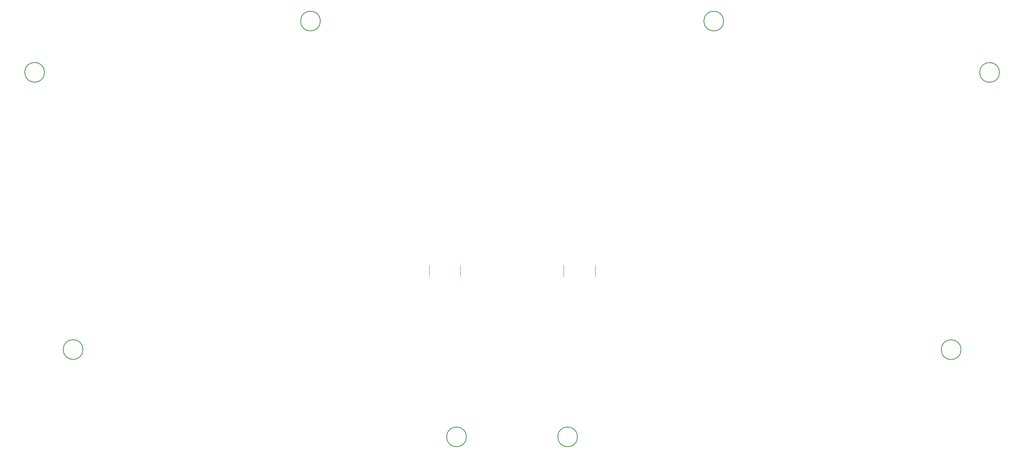
<source format=gbr>
%TF.GenerationSoftware,KiCad,Pcbnew,8.0.4*%
%TF.CreationDate,2024-11-04T14:23:45+01:00*%
%TF.ProjectId,Whiplaesh,57686970-6c61-4657-9368-2e6b69636164,0.1*%
%TF.SameCoordinates,Original*%
%TF.FileFunction,Other,Comment*%
%FSLAX46Y46*%
G04 Gerber Fmt 4.6, Leading zero omitted, Abs format (unit mm)*
G04 Created by KiCad (PCBNEW 8.0.4) date 2024-11-04 14:23:45*
%MOMM*%
%LPD*%
G01*
G04 APERTURE LIST*
%ADD10C,0.120000*%
%ADD11C,0.150000*%
G04 APERTURE END LIST*
D10*
%TO.C,VIK_OUT2*%
X161566651Y-99979444D02*
X161566651Y-97479444D01*
X168566651Y-99979444D02*
X168566651Y-97479444D01*
D11*
%TO.C,H5*%
X258466651Y-54570702D02*
G75*
G02*
X254066651Y-54570702I-2200000J0D01*
G01*
X254066651Y-54570702D02*
G75*
G02*
X258466651Y-54570702I2200000J0D01*
G01*
%TO.C,H4*%
X54699569Y-116296129D02*
G75*
G02*
X50299569Y-116296129I-2200000J0D01*
G01*
X50299569Y-116296129D02*
G75*
G02*
X54699569Y-116296129I2200000J0D01*
G01*
%TO.C,H6*%
X197140000Y-43130000D02*
G75*
G02*
X192740000Y-43130000I-2200000J0D01*
G01*
X192740000Y-43130000D02*
G75*
G02*
X197140000Y-43130000I2200000J0D01*
G01*
%TO.C,H1*%
X46149569Y-54546129D02*
G75*
G02*
X41749569Y-54546129I-2200000J0D01*
G01*
X41749569Y-54546129D02*
G75*
G02*
X46149569Y-54546129I2200000J0D01*
G01*
%TO.C,H8*%
X249916651Y-116320702D02*
G75*
G02*
X245516651Y-116320702I-2200000J0D01*
G01*
X245516651Y-116320702D02*
G75*
G02*
X249916651Y-116320702I2200000J0D01*
G01*
D10*
%TO.C,VIK_OUT1*%
X131649569Y-99954871D02*
X131649569Y-97454871D01*
X138649569Y-99954871D02*
X138649569Y-97454871D01*
D11*
%TO.C,H7*%
X164650000Y-135750000D02*
G75*
G02*
X160250000Y-135750000I-2200000J0D01*
G01*
X160250000Y-135750000D02*
G75*
G02*
X164650000Y-135750000I2200000J0D01*
G01*
%TO.C,H2*%
X107480000Y-43120000D02*
G75*
G02*
X103080000Y-43120000I-2200000J0D01*
G01*
X103080000Y-43120000D02*
G75*
G02*
X107480000Y-43120000I2200000J0D01*
G01*
%TO.C,H3*%
X139950000Y-135750000D02*
G75*
G02*
X135550000Y-135750000I-2200000J0D01*
G01*
X135550000Y-135750000D02*
G75*
G02*
X139950000Y-135750000I2200000J0D01*
G01*
%TD*%
M02*

</source>
